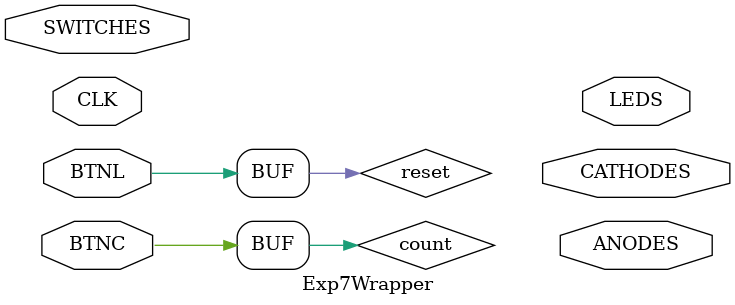
<source format=sv>
`timescale 1ns / 1ps


module Exp7Wrapper(
    input CLK,
    input BTNL,
    input BTNC,
    input [15:0] SWITCHES,
    output logic [15:0] LEDS,
    output [7:0] CATHODES,
    output [3:0] ANODES
    );
    
    logic sclk, reset, count, interrupt;
    assign reset = BTNL;
    assign count = BTNC;
    
    one_shot_bdir  #(.n(3)) my_oneshot (
        .clk(sclk),
        .sig_in(),
        .pos_pulse_out(count), 
        .neg_pulse_out()  
    ); 
    DBounce #(.n(5)) my_dbounce(
        .clk    (sclk),
        .sig_in (),
        .DB_out ()   
    );
    
           
        clk_div clkDIv(CLK, sclk);
    OtterMCU mcu(
         .RST         (reset),
         .intr        (interrupt),
         .clk         (sclk),
         .iobus_in    (IOBUS_in),
         .iobus_out   (IOBUS_out), 
         .iobus_addr  (IOBUS_addr), 
         .iobus_wr    (IOBUS_wr)   
     );
endmodule

</source>
